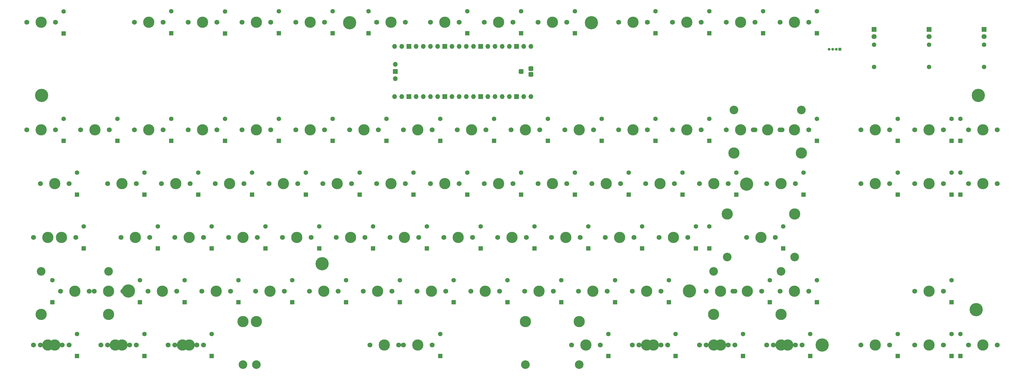
<source format=gbr>
%TF.GenerationSoftware,KiCad,Pcbnew,(7.0.0-rc2-153-g7d6218acb4)*%
%TF.CreationDate,2023-02-19T18:31:40+05:30*%
%TF.ProjectId,ncr-pcb,6e63722d-7063-4622-9e6b-696361645f70,rev?*%
%TF.SameCoordinates,Original*%
%TF.FileFunction,Soldermask,Top*%
%TF.FilePolarity,Negative*%
%FSLAX46Y46*%
G04 Gerber Fmt 4.6, Leading zero omitted, Abs format (unit mm)*
G04 Created by KiCad (PCBNEW (7.0.0-rc2-153-g7d6218acb4)) date 2023-02-19 18:31:40*
%MOMM*%
%LPD*%
G01*
G04 APERTURE LIST*
G04 Aperture macros list*
%AMRoundRect*
0 Rectangle with rounded corners*
0 $1 Rounding radius*
0 $2 $3 $4 $5 $6 $7 $8 $9 X,Y pos of 4 corners*
0 Add a 4 corners polygon primitive as box body*
4,1,4,$2,$3,$4,$5,$6,$7,$8,$9,$2,$3,0*
0 Add four circle primitives for the rounded corners*
1,1,$1+$1,$2,$3*
1,1,$1+$1,$4,$5*
1,1,$1+$1,$6,$7*
1,1,$1+$1,$8,$9*
0 Add four rect primitives between the rounded corners*
20,1,$1+$1,$2,$3,$4,$5,0*
20,1,$1+$1,$4,$5,$6,$7,0*
20,1,$1+$1,$6,$7,$8,$9,0*
20,1,$1+$1,$8,$9,$2,$3,0*%
G04 Aperture macros list end*
%ADD10R,1.000000X1.000000*%
%ADD11O,1.000000X1.000000*%
%ADD12C,4.700000*%
%ADD13C,1.600000*%
%ADD14R,1.800000X1.800000*%
%ADD15C,1.800000*%
%ADD16RoundRect,0.437500X0.437500X-0.437500X0.437500X0.437500X-0.437500X0.437500X-0.437500X-0.437500X0*%
%ADD17R,1.600000X1.600000*%
%ADD18C,1.750000*%
%ADD19C,3.987800*%
%ADD20C,3.048000*%
%ADD21O,1.700000X1.700000*%
%ADD22R,1.700000X1.700000*%
G04 APERTURE END LIST*
D10*
%TO.C,J1*%
X292258749Y-19093749D03*
D11*
X290988749Y-19093749D03*
X289718749Y-19093749D03*
X288448749Y-19093749D03*
%TD*%
D12*
%TO.C,H10*%
X340524000Y-111266989D03*
%TD*%
%TO.C,H9*%
X286024000Y-123842496D03*
%TD*%
%TO.C,H8*%
X239059714Y-104692493D03*
%TD*%
%TO.C,H7*%
X40374001Y-104692493D03*
%TD*%
%TO.C,H6*%
X108974001Y-95092495D03*
%TD*%
%TO.C,H5*%
X259298999Y-66892495D03*
%TD*%
%TO.C,H4*%
X341349000Y-35467493D03*
%TD*%
%TO.C,H3*%
X9699000Y-35467493D03*
%TD*%
%TO.C,H2*%
X204293686Y-9743440D03*
%TD*%
%TO.C,H1*%
X118743687Y-9668441D03*
%TD*%
D13*
%TO.C,R3*%
X343346001Y-17531250D03*
X343346001Y-25331250D03*
%TD*%
%TO.C,R2*%
X323848001Y-17531250D03*
X323848001Y-25331250D03*
%TD*%
%TO.C,R1*%
X304357001Y-17531250D03*
X304357001Y-25331250D03*
%TD*%
D14*
%TO.C,LED3*%
X343346000Y-12115551D03*
D15*
X343346001Y-14655552D03*
%TD*%
D14*
%TO.C,LED2*%
X323848000Y-12115551D03*
D15*
X323848001Y-14655552D03*
%TD*%
D14*
%TO.C,LED1*%
X304357000Y-12115551D03*
D15*
X304357001Y-14655552D03*
%TD*%
D16*
%TO.C,*%
X179387500Y-26987500D03*
%TD*%
%TO.C,RPI0*%
X182875000Y-25971500D03*
X182875000Y-28003500D03*
%TD*%
D17*
%TO.C,D1*%
X17462499Y-13487499D03*
D13*
X17462500Y-5687500D03*
%TD*%
D17*
%TO.C,D3*%
X55562499Y-13424999D03*
D13*
X55562500Y-5625000D03*
%TD*%
D17*
%TO.C,D4*%
X74612499Y-13493749D03*
D13*
X74612500Y-5693750D03*
%TD*%
D17*
%TO.C,D5*%
X93662499Y-13424999D03*
D13*
X93662500Y-5625000D03*
%TD*%
D17*
%TO.C,D6*%
X112712499Y-13424999D03*
D13*
X112712500Y-5625000D03*
%TD*%
D17*
%TO.C,D7*%
X125412499Y-13424999D03*
D13*
X125412500Y-5625000D03*
%TD*%
D17*
%TO.C,D8*%
X160337499Y-13424999D03*
D13*
X160337500Y-5625000D03*
%TD*%
D17*
%TO.C,D9*%
X179387499Y-13424999D03*
D13*
X179387500Y-5625000D03*
%TD*%
D17*
%TO.C,D10*%
X198437499Y-13424999D03*
D13*
X198437500Y-5625000D03*
%TD*%
D17*
%TO.C,D11*%
X227012499Y-13424999D03*
D13*
X227012500Y-5625000D03*
%TD*%
D17*
%TO.C,D12*%
X246062499Y-13424999D03*
D13*
X246062500Y-5625000D03*
%TD*%
D17*
%TO.C,D13*%
X265112499Y-13424999D03*
D13*
X265112500Y-5625000D03*
%TD*%
D17*
%TO.C,D14*%
X284162499Y-13424999D03*
D13*
X284162500Y-5625000D03*
%TD*%
D17*
%TO.C,D18*%
X17462499Y-51524999D03*
D13*
X17462500Y-43725000D03*
%TD*%
D17*
%TO.C,D19*%
X36512499Y-51524999D03*
D13*
X36512500Y-43725000D03*
%TD*%
D17*
%TO.C,D20*%
X55562499Y-51524999D03*
D13*
X55562500Y-43725000D03*
%TD*%
D17*
%TO.C,D21*%
X74612499Y-51524999D03*
D13*
X74612500Y-43725000D03*
%TD*%
D17*
%TO.C,D22*%
X93662499Y-51524999D03*
D13*
X93662500Y-43725000D03*
%TD*%
D17*
%TO.C,D23*%
X112712499Y-51524999D03*
D13*
X112712500Y-43725000D03*
%TD*%
D17*
%TO.C,D24*%
X131762499Y-51524999D03*
D13*
X131762500Y-43725000D03*
%TD*%
D17*
%TO.C,D25*%
X150812499Y-51524999D03*
D13*
X150812500Y-43725000D03*
%TD*%
D17*
%TO.C,D26*%
X169862499Y-51524999D03*
D13*
X169862500Y-43725000D03*
%TD*%
D17*
%TO.C,D27*%
X188912499Y-51524999D03*
D13*
X188912500Y-43725000D03*
%TD*%
D17*
%TO.C,D28*%
X207962499Y-51524999D03*
D13*
X207962500Y-43725000D03*
%TD*%
D17*
%TO.C,D29*%
X227012499Y-51524999D03*
D13*
X227012500Y-43725000D03*
%TD*%
D17*
%TO.C,D30*%
X246062499Y-51524999D03*
D13*
X246062500Y-43725000D03*
%TD*%
D17*
%TO.C,D31*%
X284162499Y-51524999D03*
D13*
X284162500Y-43725000D03*
%TD*%
D17*
%TO.C,D32*%
X312737499Y-51524999D03*
D13*
X312737500Y-43725000D03*
%TD*%
D17*
%TO.C,D33*%
X331787499Y-51524999D03*
D13*
X331787500Y-43725000D03*
%TD*%
%TO.C,D34*%
X334962500Y-43725000D03*
D17*
X334962499Y-51524999D03*
%TD*%
%TO.C,D35*%
X22224999Y-70574999D03*
D13*
X22225000Y-62775000D03*
%TD*%
D17*
%TO.C,D36*%
X24606249Y-89624999D03*
D13*
X24606250Y-81825000D03*
%TD*%
D17*
%TO.C,D37*%
X46037499Y-70574999D03*
D13*
X46037500Y-62775000D03*
%TD*%
D17*
%TO.C,D38*%
X50799999Y-89624999D03*
D13*
X50800000Y-81825000D03*
%TD*%
D17*
%TO.C,D39*%
X65087499Y-70574999D03*
D13*
X65087500Y-62775000D03*
%TD*%
D17*
%TO.C,D40*%
X69849999Y-89624999D03*
D13*
X69850000Y-81825000D03*
%TD*%
D17*
%TO.C,D41*%
X84137499Y-70574999D03*
D13*
X84137500Y-62775000D03*
%TD*%
D17*
%TO.C,D42*%
X88899999Y-89624999D03*
D13*
X88900000Y-81825000D03*
%TD*%
D17*
%TO.C,D43*%
X103187499Y-70574999D03*
D13*
X103187500Y-62775000D03*
%TD*%
D17*
%TO.C,D44*%
X107949999Y-89624999D03*
D13*
X107950000Y-81825000D03*
%TD*%
D17*
%TO.C,D45*%
X122237499Y-70574999D03*
D13*
X122237500Y-62775000D03*
%TD*%
D17*
%TO.C,D46*%
X126999999Y-89624999D03*
D13*
X127000000Y-81825000D03*
%TD*%
D17*
%TO.C,D47*%
X141287499Y-70574999D03*
D13*
X141287500Y-62775000D03*
%TD*%
D17*
%TO.C,D48*%
X146049999Y-89624999D03*
D13*
X146050000Y-81825000D03*
%TD*%
D17*
%TO.C,D49*%
X160337499Y-70574999D03*
D13*
X160337500Y-62775000D03*
%TD*%
D17*
%TO.C,D50*%
X165099999Y-89624999D03*
D13*
X165100000Y-81825000D03*
%TD*%
D17*
%TO.C,D51*%
X179387499Y-70574999D03*
D13*
X179387500Y-62775000D03*
%TD*%
D17*
%TO.C,D52*%
X184149999Y-89624999D03*
D13*
X184150000Y-81825000D03*
%TD*%
D17*
%TO.C,D53*%
X198437499Y-70574999D03*
D13*
X198437500Y-62775000D03*
%TD*%
D17*
%TO.C,D54*%
X203199999Y-89624999D03*
D13*
X203200000Y-81825000D03*
%TD*%
D17*
%TO.C,D55*%
X217487499Y-70574999D03*
D13*
X217487500Y-62775000D03*
%TD*%
D17*
%TO.C,D56*%
X222249999Y-89624999D03*
D13*
X222250000Y-81825000D03*
%TD*%
D17*
%TO.C,D57*%
X236537499Y-70574999D03*
D13*
X236537500Y-62775000D03*
%TD*%
D17*
%TO.C,D58*%
X241299999Y-89624999D03*
D13*
X241300000Y-81825000D03*
%TD*%
D17*
%TO.C,D59*%
X255587499Y-70574999D03*
D13*
X255587500Y-62775000D03*
%TD*%
D17*
%TO.C,D60*%
X246062499Y-89624999D03*
D13*
X246062500Y-81825000D03*
%TD*%
D17*
%TO.C,D61*%
X279399999Y-70574999D03*
D13*
X279400000Y-62775000D03*
%TD*%
D17*
%TO.C,D62*%
X272256249Y-89624999D03*
D13*
X272256250Y-81825000D03*
%TD*%
D17*
%TO.C,D63*%
X312737499Y-70574999D03*
D13*
X312737500Y-62775000D03*
%TD*%
D17*
%TO.C,D65*%
X331787499Y-70574999D03*
D13*
X331787500Y-62775000D03*
%TD*%
D17*
%TO.C,D67*%
X334962499Y-70574999D03*
D13*
X334962500Y-62775000D03*
%TD*%
D17*
%TO.C,D69*%
X13493749Y-108674999D03*
D13*
X13493750Y-100875000D03*
%TD*%
D17*
%TO.C,D70*%
X22224999Y-127724999D03*
D13*
X22225000Y-119925000D03*
%TD*%
D17*
%TO.C,D71*%
X44449999Y-108674999D03*
D13*
X44450000Y-100875000D03*
%TD*%
D17*
%TO.C,D72*%
X46037499Y-127724999D03*
D13*
X46037500Y-119925000D03*
%TD*%
D17*
%TO.C,D73*%
X60324999Y-108674999D03*
D13*
X60325000Y-100875000D03*
%TD*%
D17*
%TO.C,D74*%
X69849999Y-127724999D03*
D13*
X69850000Y-119925000D03*
%TD*%
D17*
%TO.C,D75*%
X79374999Y-108674999D03*
D13*
X79375000Y-100875000D03*
%TD*%
D17*
%TO.C,D77*%
X98424999Y-108674999D03*
D13*
X98425000Y-100875000D03*
%TD*%
D17*
%TO.C,D79*%
X117474999Y-108674999D03*
D13*
X117475000Y-100875000D03*
%TD*%
D17*
%TO.C,D81*%
X136524999Y-108674999D03*
D13*
X136525000Y-100875000D03*
%TD*%
D17*
%TO.C,D83*%
X155574999Y-108674999D03*
D13*
X155575000Y-100875000D03*
%TD*%
D17*
%TO.C,D84*%
X150812499Y-127724999D03*
D13*
X150812500Y-119925000D03*
%TD*%
D17*
%TO.C,D85*%
X174624999Y-108674999D03*
D13*
X174625000Y-100875000D03*
%TD*%
D17*
%TO.C,D87*%
X193674999Y-108674999D03*
D13*
X193675000Y-100875000D03*
%TD*%
D17*
%TO.C,D89*%
X212724999Y-108674999D03*
D13*
X212725000Y-100875000D03*
%TD*%
D17*
%TO.C,D90*%
X210343749Y-127724999D03*
D13*
X210343750Y-119925000D03*
%TD*%
D17*
%TO.C,D91*%
X231774999Y-108674999D03*
D13*
X231775000Y-100875000D03*
%TD*%
D17*
%TO.C,D92*%
X234156249Y-127724999D03*
D13*
X234156250Y-119925000D03*
%TD*%
D17*
%TO.C,D93*%
X267493749Y-108674999D03*
D13*
X267493750Y-100875000D03*
%TD*%
D17*
%TO.C,D94*%
X257968749Y-127724999D03*
D13*
X257968750Y-119925000D03*
%TD*%
D17*
%TO.C,D95*%
X284162499Y-108674999D03*
D13*
X284162500Y-100875000D03*
%TD*%
D17*
%TO.C,D96*%
X281781249Y-127724999D03*
D13*
X281781250Y-119925000D03*
%TD*%
D17*
%TO.C,D98*%
X312737499Y-127724999D03*
D13*
X312737500Y-119925000D03*
%TD*%
D17*
%TO.C,D99*%
X331787499Y-108674999D03*
D13*
X331787500Y-100875000D03*
%TD*%
D17*
%TO.C,D100*%
X331787499Y-127724999D03*
D13*
X331787500Y-119925000D03*
%TD*%
D17*
%TO.C,D102*%
X334962499Y-127724999D03*
D13*
X334962500Y-119925000D03*
%TD*%
D18*
%TO.C,MX35*%
X9207500Y-66675000D03*
D19*
X14287500Y-66675000D03*
D18*
X19367500Y-66675000D03*
%TD*%
%TO.C,MX36*%
X11588750Y-85725000D03*
D19*
X16668750Y-85725000D03*
D18*
X21748750Y-85725000D03*
%TD*%
%TO.C,MX61*%
X266382500Y-66675000D03*
D19*
X271462500Y-66675000D03*
D18*
X276542500Y-66675000D03*
%TD*%
D19*
%TO.C,MX62*%
X252380750Y-77470000D03*
D20*
X252380750Y-92710000D03*
D18*
X259238750Y-85725000D03*
D19*
X264318750Y-85725000D03*
D18*
X269398750Y-85725000D03*
D19*
X276256750Y-77470000D03*
D20*
X276256750Y-92710000D03*
%TD*%
D18*
%TO.C,MX64*%
X6826250Y-85725000D03*
D19*
X11906250Y-85725000D03*
D18*
X16986250Y-85725000D03*
%TD*%
D20*
%TO.C,MX66*%
X254762000Y-40640000D03*
D19*
X254762000Y-55880000D03*
D18*
X261620000Y-47625000D03*
D19*
X266700000Y-47625000D03*
D18*
X271780000Y-47625000D03*
D20*
X278638000Y-40640000D03*
D19*
X278638000Y-55880000D03*
%TD*%
D20*
%TO.C,MX69*%
X9493250Y-97790000D03*
D19*
X9493250Y-113030000D03*
D18*
X16351250Y-104775000D03*
D19*
X21431250Y-104775000D03*
D18*
X26511250Y-104775000D03*
D20*
X33369250Y-97790000D03*
D19*
X33369250Y-113030000D03*
%TD*%
D18*
%TO.C,MX70*%
X9207500Y-123825000D03*
D19*
X14287500Y-123825000D03*
D18*
X19367500Y-123825000D03*
%TD*%
%TO.C,MX74*%
X56832500Y-123825000D03*
D19*
X61912500Y-123825000D03*
D18*
X66992500Y-123825000D03*
%TD*%
%TO.C,MX76*%
X6826250Y-123825000D03*
D19*
X11906250Y-123825000D03*
D18*
X16986250Y-123825000D03*
%TD*%
%TO.C,MX78*%
X30638750Y-123825000D03*
D19*
X35718750Y-123825000D03*
D18*
X40798750Y-123825000D03*
%TD*%
%TO.C,MX80*%
X54451250Y-123825000D03*
D19*
X59531250Y-123825000D03*
D18*
X64611250Y-123825000D03*
%TD*%
D19*
%TO.C,MX82*%
X80968850Y-115570000D03*
D20*
X80968850Y-130810000D03*
D18*
X125888750Y-123825000D03*
D19*
X130968750Y-123825000D03*
D18*
X136048750Y-123825000D03*
D19*
X180968650Y-115570000D03*
D20*
X180968650Y-130810000D03*
%TD*%
D19*
%TO.C,MX84*%
X85725000Y-115570000D03*
D20*
X85725000Y-130810000D03*
D18*
X137795000Y-123825000D03*
D19*
X142875000Y-123825000D03*
D18*
X147955000Y-123825000D03*
D19*
X200025000Y-115570000D03*
D20*
X200025000Y-130810000D03*
%TD*%
D18*
%TO.C,MX86*%
X221138750Y-123825000D03*
D19*
X226218750Y-123825000D03*
D18*
X231298750Y-123825000D03*
%TD*%
%TO.C,MX88*%
X244951250Y-123825000D03*
D19*
X250031250Y-123825000D03*
D18*
X255111250Y-123825000D03*
%TD*%
%TO.C,MX90*%
X197326250Y-123825000D03*
D19*
X202406250Y-123825000D03*
D18*
X207486250Y-123825000D03*
%TD*%
%TO.C,MX92*%
X218757500Y-123825000D03*
D19*
X223837500Y-123825000D03*
D18*
X228917500Y-123825000D03*
%TD*%
D20*
%TO.C,MX93*%
X247618250Y-97790000D03*
D19*
X247618250Y-113030000D03*
D18*
X254476250Y-104775000D03*
D19*
X259556250Y-104775000D03*
D18*
X264636250Y-104775000D03*
D20*
X271494250Y-97790000D03*
D19*
X271494250Y-113030000D03*
%TD*%
D18*
%TO.C,MX96*%
X266382500Y-123825000D03*
D19*
X271462500Y-123825000D03*
D18*
X276542500Y-123825000D03*
%TD*%
%TO.C,MX97*%
X268763750Y-123825000D03*
D19*
X273843750Y-123825000D03*
D18*
X278923750Y-123825000D03*
%TD*%
%TO.C,MX101*%
X244951250Y-104775000D03*
D19*
X250031250Y-104775000D03*
D18*
X255111250Y-104775000D03*
%TD*%
%TO.C,MX6*%
X99695000Y-9525000D03*
D19*
X104775000Y-9525000D03*
D18*
X109855000Y-9525000D03*
%TD*%
%TO.C,MX43*%
X90170000Y-66675000D03*
D19*
X95250000Y-66675000D03*
D18*
X100330000Y-66675000D03*
%TD*%
%TO.C,MX63*%
X299720000Y-66675000D03*
D19*
X304800000Y-66675000D03*
D18*
X309880000Y-66675000D03*
%TD*%
%TO.C,MX13*%
X252095000Y-9525000D03*
D19*
X257175000Y-9525000D03*
D18*
X262255000Y-9525000D03*
%TD*%
%TO.C,MX67*%
X337820000Y-66675000D03*
D19*
X342900000Y-66675000D03*
D18*
X347980000Y-66675000D03*
%TD*%
%TO.C,MX51*%
X166370000Y-66675000D03*
D19*
X171450000Y-66675000D03*
D18*
X176530000Y-66675000D03*
%TD*%
%TO.C,MX44*%
X94932500Y-85725000D03*
D19*
X100012500Y-85725000D03*
D18*
X105092500Y-85725000D03*
%TD*%
%TO.C,MX65*%
X318770000Y-66675000D03*
D19*
X323850000Y-66675000D03*
D18*
X328930000Y-66675000D03*
%TD*%
%TO.C,MX77*%
X85407500Y-104775000D03*
D19*
X90487500Y-104775000D03*
D18*
X95567500Y-104775000D03*
%TD*%
%TO.C,MX11*%
X213995000Y-9525000D03*
D19*
X219075000Y-9525000D03*
D18*
X224155000Y-9525000D03*
%TD*%
%TO.C,MX14*%
X271145000Y-9525000D03*
D19*
X276225000Y-9525000D03*
D18*
X281305000Y-9525000D03*
%TD*%
%TO.C,MX81*%
X123507500Y-104775000D03*
D19*
X128587500Y-104775000D03*
D18*
X133667500Y-104775000D03*
%TD*%
%TO.C,MX59*%
X242570000Y-66675000D03*
D19*
X247650000Y-66675000D03*
D18*
X252730000Y-66675000D03*
%TD*%
%TO.C,MX54*%
X190182500Y-85725000D03*
D19*
X195262500Y-85725000D03*
D18*
X200342500Y-85725000D03*
%TD*%
%TO.C,MX100*%
X318770000Y-123825000D03*
D19*
X323850000Y-123825000D03*
D18*
X328930000Y-123825000D03*
%TD*%
%TO.C,MX20*%
X42545000Y-47625000D03*
D19*
X47625000Y-47625000D03*
D18*
X52705000Y-47625000D03*
%TD*%
%TO.C,MX53*%
X185420000Y-66675000D03*
D19*
X190500000Y-66675000D03*
D18*
X195580000Y-66675000D03*
%TD*%
%TO.C,MX29*%
X213995000Y-47625000D03*
D19*
X219075000Y-47625000D03*
D18*
X224155000Y-47625000D03*
%TD*%
%TO.C,MX47*%
X128270000Y-66675000D03*
D19*
X133350000Y-66675000D03*
D18*
X138430000Y-66675000D03*
%TD*%
%TO.C,MX72*%
X33020000Y-123825000D03*
D19*
X38100000Y-123825000D03*
D18*
X43180000Y-123825000D03*
%TD*%
%TO.C,MX46*%
X113982500Y-85725000D03*
D19*
X119062500Y-85725000D03*
D18*
X124142500Y-85725000D03*
%TD*%
%TO.C,MX30*%
X233045000Y-47625000D03*
D19*
X238125000Y-47625000D03*
D18*
X243205000Y-47625000D03*
%TD*%
%TO.C,MX33*%
X318770000Y-47625000D03*
D19*
X323850000Y-47625000D03*
D18*
X328930000Y-47625000D03*
%TD*%
%TO.C,MX55*%
X204470000Y-66675000D03*
D19*
X209550000Y-66675000D03*
D18*
X214630000Y-66675000D03*
%TD*%
%TO.C,MX26*%
X156845000Y-47625000D03*
D19*
X161925000Y-47625000D03*
D18*
X167005000Y-47625000D03*
%TD*%
%TO.C,MX5*%
X80645000Y-9525000D03*
D19*
X85725000Y-9525000D03*
D18*
X90805000Y-9525000D03*
%TD*%
%TO.C,MX91*%
X218757500Y-104775000D03*
D19*
X223837500Y-104775000D03*
D18*
X228917500Y-104775000D03*
%TD*%
%TO.C,MX21*%
X61595000Y-47625000D03*
D19*
X66675000Y-47625000D03*
D18*
X71755000Y-47625000D03*
%TD*%
%TO.C,MX75*%
X66357500Y-104775000D03*
D19*
X71437500Y-104775000D03*
D18*
X76517500Y-104775000D03*
%TD*%
%TO.C,MX39*%
X52070000Y-66675000D03*
D19*
X57150000Y-66675000D03*
D18*
X62230000Y-66675000D03*
%TD*%
%TO.C,MX7*%
X128270000Y-9525000D03*
D19*
X133350000Y-9525000D03*
D18*
X138430000Y-9525000D03*
%TD*%
%TO.C,MX94*%
X242570000Y-123825000D03*
D19*
X247650000Y-123825000D03*
D18*
X252730000Y-123825000D03*
%TD*%
%TO.C,MX22*%
X80645000Y-47625000D03*
D19*
X85725000Y-47625000D03*
D18*
X90805000Y-47625000D03*
%TD*%
%TO.C,MX8*%
X147320000Y-9525000D03*
D19*
X152400000Y-9525000D03*
D18*
X157480000Y-9525000D03*
%TD*%
%TO.C,MX18*%
X4445000Y-47625000D03*
D19*
X9525000Y-47625000D03*
D18*
X14605000Y-47625000D03*
%TD*%
%TO.C,MX83*%
X142557500Y-104775000D03*
D19*
X147637500Y-104775000D03*
D18*
X152717500Y-104775000D03*
%TD*%
%TO.C,MX34*%
X337820000Y-47625000D03*
D19*
X342900000Y-47625000D03*
D18*
X347980000Y-47625000D03*
%TD*%
%TO.C,MX23*%
X99695000Y-47625000D03*
D19*
X104775000Y-47625000D03*
D18*
X109855000Y-47625000D03*
%TD*%
%TO.C,MX49*%
X147320000Y-66675000D03*
D19*
X152400000Y-66675000D03*
D18*
X157480000Y-66675000D03*
%TD*%
%TO.C,MX28*%
X194945000Y-47625000D03*
D19*
X200025000Y-47625000D03*
D18*
X205105000Y-47625000D03*
%TD*%
%TO.C,MX25*%
X137795000Y-47625000D03*
D19*
X142875000Y-47625000D03*
D18*
X147955000Y-47625000D03*
%TD*%
%TO.C,MX71*%
X28257500Y-104775000D03*
D19*
X33337500Y-104775000D03*
D18*
X38417500Y-104775000D03*
%TD*%
%TO.C,MX37*%
X33020000Y-66675000D03*
D19*
X38100000Y-66675000D03*
D18*
X43180000Y-66675000D03*
%TD*%
%TO.C,MX12*%
X233045000Y-9525000D03*
D19*
X238125000Y-9525000D03*
D18*
X243205000Y-9525000D03*
%TD*%
%TO.C,MX57*%
X223520000Y-66675000D03*
D19*
X228600000Y-66675000D03*
D18*
X233680000Y-66675000D03*
%TD*%
%TO.C,MX31*%
X271145000Y-47625000D03*
D19*
X276225000Y-47625000D03*
D18*
X281305000Y-47625000D03*
%TD*%
%TO.C,MX24*%
X118745000Y-47625000D03*
D19*
X123825000Y-47625000D03*
D18*
X128905000Y-47625000D03*
%TD*%
%TO.C,MX50*%
X152082500Y-85725000D03*
D19*
X157162500Y-85725000D03*
D18*
X162242500Y-85725000D03*
%TD*%
%TO.C,MX95*%
X271145000Y-104775000D03*
D19*
X276225000Y-104775000D03*
D18*
X281305000Y-104775000D03*
%TD*%
%TO.C,MX19*%
X23495000Y-47625000D03*
D19*
X28575000Y-47625000D03*
D18*
X33655000Y-47625000D03*
%TD*%
%TO.C,MX4*%
X61595000Y-9525000D03*
D19*
X66675000Y-9525000D03*
D18*
X71755000Y-9525000D03*
%TD*%
%TO.C,MX98*%
X299720000Y-123825000D03*
D19*
X304800000Y-123825000D03*
D18*
X309880000Y-123825000D03*
%TD*%
%TO.C,MX38*%
X37782500Y-85725000D03*
D19*
X42862500Y-85725000D03*
D18*
X47942500Y-85725000D03*
%TD*%
%TO.C,MX48*%
X133032500Y-85725000D03*
D19*
X138112500Y-85725000D03*
D18*
X143192500Y-85725000D03*
%TD*%
%TO.C,MX85*%
X161607500Y-104775000D03*
D19*
X166687500Y-104775000D03*
D18*
X171767500Y-104775000D03*
%TD*%
%TO.C,MX99*%
X318770000Y-104775000D03*
D19*
X323850000Y-104775000D03*
D18*
X328930000Y-104775000D03*
%TD*%
%TO.C,MX9*%
X166370000Y-9525000D03*
D19*
X171450000Y-9525000D03*
D18*
X176530000Y-9525000D03*
%TD*%
%TO.C,MX40*%
X56832500Y-85725000D03*
D19*
X61912500Y-85725000D03*
D18*
X66992500Y-85725000D03*
%TD*%
%TO.C,MX42*%
X75882500Y-85725000D03*
D19*
X80962500Y-85725000D03*
D18*
X86042500Y-85725000D03*
%TD*%
%TO.C,MX41*%
X71120000Y-66675000D03*
D19*
X76200000Y-66675000D03*
D18*
X81280000Y-66675000D03*
%TD*%
%TO.C,MX87*%
X180657500Y-104775000D03*
D19*
X185737500Y-104775000D03*
D18*
X190817500Y-104775000D03*
%TD*%
%TO.C,MX27*%
X175895000Y-47625000D03*
D19*
X180975000Y-47625000D03*
D18*
X186055000Y-47625000D03*
%TD*%
%TO.C,MX102*%
X337820000Y-123825000D03*
D19*
X342900000Y-123825000D03*
D18*
X347980000Y-123825000D03*
%TD*%
%TO.C,MX79*%
X104457500Y-104775000D03*
D19*
X109537500Y-104775000D03*
D18*
X114617500Y-104775000D03*
%TD*%
%TO.C,MX58*%
X228282500Y-85725000D03*
D19*
X233362500Y-85725000D03*
D18*
X238442500Y-85725000D03*
%TD*%
%TO.C,MX10*%
X185420000Y-9525000D03*
D19*
X190500000Y-9525000D03*
D18*
X195580000Y-9525000D03*
%TD*%
%TO.C,MX45*%
X109220000Y-66675000D03*
D19*
X114300000Y-66675000D03*
D18*
X119380000Y-66675000D03*
%TD*%
%TO.C,MX73*%
X47307500Y-104775000D03*
D19*
X52387500Y-104775000D03*
D18*
X57467500Y-104775000D03*
%TD*%
%TO.C,MX1*%
X4445000Y-9525000D03*
D19*
X9525000Y-9525000D03*
D18*
X14605000Y-9525000D03*
%TD*%
%TO.C,MX3*%
X42545000Y-9525000D03*
D19*
X47625000Y-9525000D03*
D18*
X52705000Y-9525000D03*
%TD*%
%TO.C,MX32*%
X299720000Y-47625000D03*
D19*
X304800000Y-47625000D03*
D18*
X309880000Y-47625000D03*
%TD*%
%TO.C,MX89*%
X199707500Y-104775000D03*
D19*
X204787500Y-104775000D03*
D18*
X209867500Y-104775000D03*
%TD*%
%TO.C,MX52*%
X171132500Y-85725000D03*
D19*
X176212500Y-85725000D03*
D18*
X181292500Y-85725000D03*
%TD*%
%TO.C,MX56*%
X209232500Y-85725000D03*
D19*
X214312500Y-85725000D03*
D18*
X219392500Y-85725000D03*
%TD*%
%TO.C,MX60*%
X252095000Y-47625000D03*
D19*
X257175000Y-47625000D03*
D18*
X262255000Y-47625000D03*
%TD*%
D21*
%TO.C,U1*%
X182879999Y-35877499D03*
X180339999Y-35877499D03*
D22*
X177799999Y-35877499D03*
D21*
X175259999Y-35877499D03*
X172719999Y-35877499D03*
X170179999Y-35877499D03*
X167639999Y-35877499D03*
D22*
X165099999Y-35877499D03*
D21*
X162559999Y-35877499D03*
X160019999Y-35877499D03*
X157479999Y-35877499D03*
X154939999Y-35877499D03*
D22*
X152399999Y-35877499D03*
D21*
X149859999Y-35877499D03*
X147319999Y-35877499D03*
X144779999Y-35877499D03*
X142239999Y-35877499D03*
D22*
X139699999Y-35877499D03*
D21*
X137159999Y-35877499D03*
X134619999Y-35877499D03*
X134619999Y-18097499D03*
X137159999Y-18097499D03*
D22*
X139699999Y-18097499D03*
D21*
X142239999Y-18097499D03*
X144779999Y-18097499D03*
X147319999Y-18097499D03*
X149859999Y-18097499D03*
D22*
X152399999Y-18097499D03*
D21*
X154939999Y-18097499D03*
X157479999Y-18097499D03*
X160019999Y-18097499D03*
X162559999Y-18097499D03*
D22*
X165099999Y-18097499D03*
D21*
X167639999Y-18097499D03*
X170179999Y-18097499D03*
X172719999Y-18097499D03*
X175259999Y-18097499D03*
D22*
X177799999Y-18097499D03*
D21*
X180339999Y-18097499D03*
X182879999Y-18097499D03*
X134849999Y-29527499D03*
D22*
X134849999Y-26987499D03*
D21*
X134849999Y-24447499D03*
%TD*%
M02*

</source>
